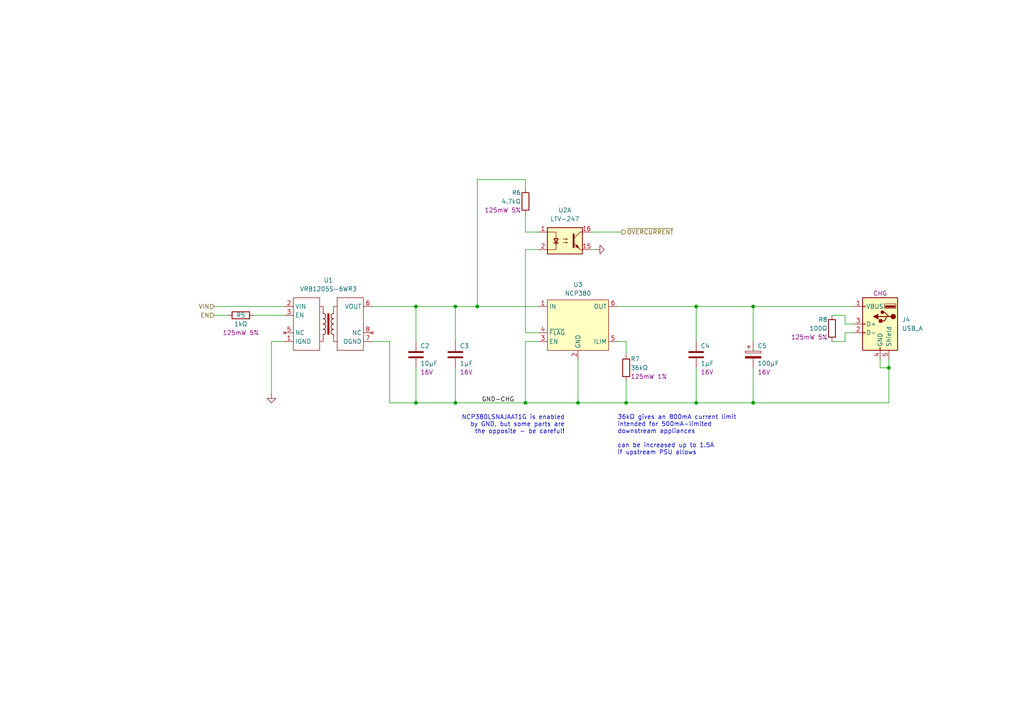
<source format=kicad_sch>
(kicad_sch (version 20231120) (generator "eeschema") (generator_version "8.0")
  (paper "A4")
  (lib_symbols
    (symbol "Connector:USB_A" (pin_names (offset 1.016))
      (property "Reference" "J" (at -5.08 11.43 0))
      (property "Value" "USB_A" (at -5.08 8.89 0))
      (symbol "USB_A_0_1"
        (rectangle (start -5.08 -7.62) (end 5.08 7.62) (stroke (width 0.254)) (fill (type background)))
        (circle (center -3.81 2.159) (radius 0.635) (stroke (width 0.254)) (fill (type outline)))
        (rectangle (start -1.524 4.826) (end -4.318 5.334) (fill (type outline)))
        (rectangle (start -1.27 4.572) (end -4.572 5.842))
        (circle (center -0.635 3.429) (radius 0.381) (stroke (width 0.254)) (fill (type outline)))
        (rectangle (start -0.127 -7.62) (end 0.127 -6.858))
        (polyline (pts (xy -3.175 2.159) (xy -2.54 2.159) (xy -1.27 3.429) (xy -0.635 3.429)) (stroke (width 0.254)))
        (polyline (pts (xy -2.54 2.159) (xy -1.905 2.159) (xy -1.27 0.889) (xy 0 0.889)) (stroke (width 0.254)))
        (polyline (pts (xy 0.635 2.794) (xy 0.635 1.524) (xy 1.905 2.159) (xy 0.635 2.794)) (stroke (width 0.254)) (fill (type outline)))
        (rectangle (start 0.254 1.27) (end -0.508 0.508) (stroke (width 0.254)) (fill (type outline)))
        (rectangle (start 5.08 -2.667) (end 4.318 -2.413))
        (rectangle (start 5.08 -0.127) (end 4.318 0.127))
        (rectangle (start 5.08 4.953) (end 4.318 5.207))
      )
      (symbol "USB_A_1_1"
        (polyline (pts (xy -1.905 2.159) (xy 0.635 2.159)) (stroke (width 0.254)))
        (pin power_in line (at 7.62 5.08 180) (length 2.54) (name "VBUS") (number "1"))
        (pin bidirectional line (at 7.62 -2.54 180) (length 2.54) (name "D-") (number "2"))
        (pin bidirectional line (at 7.62 0 180) (length 2.54) (name "D+") (number "3"))
        (pin power_in line (at 0 -10.16 90) (length 2.54) (name "GND") (number "4"))
        (pin passive line (at -2.54 -10.16 90) (length 2.54) (name "Shield") (number "5"))
      )
    )
    (symbol "Device:C" (pin_numbers hide) (pin_names (offset 0.254))
      (property "Reference" "C" (at 0.635 2.54 0))
      (property "Value" "C" (at 0.635 -2.54 0))
      (symbol "C_0_1"
        (polyline (pts (xy -2.032 -0.762) (xy 2.032 -0.762)) (stroke (width 0.508)))
        (polyline (pts (xy -2.032 0.762) (xy 2.032 0.762)) (stroke (width 0.508)))
      )
      (symbol "C_1_1"
        (pin passive line (at 0 3.81 270) (length 2.794) (name "~") (number "1"))
        (pin passive line (at 0 -3.81 90) (length 2.794) (name "~") (number "2"))
      )
    )
    (symbol "Device:C_Polarized" (pin_numbers hide) (pin_names (offset 0.254))
      (property "Reference" "C" (at 0.635 2.54 0))
      (property "Value" "C_Polarized" (at 0.635 -2.54 0))
      (symbol "C_Polarized_0_1"
        (rectangle (start -2.286 0.508) (end 2.286 1.016))
        (polyline (pts (xy -1.778 2.286) (xy -0.762 2.286)))
        (polyline (pts (xy -1.27 2.794) (xy -1.27 1.778)))
        (rectangle (start 2.286 -0.508) (end -2.286 -1.016) (fill (type outline)))
      )
      (symbol "C_Polarized_1_1"
        (pin passive line (at 0 3.81 270) (length 2.794) (name "~") (number "1"))
        (pin passive line (at 0 -3.81 90) (length 2.794) (name "~") (number "2"))
      )
    )
    (symbol "Device:R" (pin_numbers hide) (pin_names (offset 0))
      (property "Reference" "R" (at 2.032 0 90))
      (property "Value" "R" (at 0 0 90))
      (symbol "R_0_1"
        (rectangle (start -1.016 -2.54) (end 1.016 2.54) (stroke (width 0.254)))
      )
      (symbol "R_1_1"
        (pin passive line (at 0 3.81 270) (length 1.27) (name "~") (number "1"))
        (pin passive line (at 0 -3.81 90) (length 1.27) (name "~") (number "2"))
      )
    )
    (symbol "Isolator:LTV-247"
      (property "Reference" "U" (at -5.08 5.08 0))
      (property "Value" "LTV-247" (at 0 5.08 0))
      (symbol "LTV-247_0_1"
        (rectangle (start -5.08 3.81) (end 5.08 -3.81) (stroke (width 0.254)) (fill (type background)))
        (polyline (pts (xy -3.175 -0.635) (xy -1.905 -0.635)) (stroke (width 0.254)))
        (polyline (pts (xy 2.54 0.635) (xy 4.445 2.54)))
        (polyline (pts (xy 4.445 -2.54) (xy 2.54 -0.635)) (fill (type outline)))
        (polyline (pts (xy 4.445 -2.54) (xy 5.08 -2.54)))
        (polyline (pts (xy 4.445 2.54) (xy 5.08 2.54)))
        (polyline (pts (xy -2.54 -0.635) (xy -2.54 -2.54) (xy -5.08 -2.54)))
        (polyline (pts (xy 2.54 1.905) (xy 2.54 -1.905) (xy 2.54 -1.905)) (stroke (width 0.508)))
        (polyline (pts (xy -5.08 2.54) (xy -2.54 2.54) (xy -2.54 -1.27) (xy -2.54 0.635)))
        (polyline (pts (xy -2.54 -0.635) (xy -3.175 0.635) (xy -1.905 0.635) (xy -2.54 -0.635)) (stroke (width 0.254)))
        (polyline (pts (xy -0.508 -0.508) (xy 0.762 -0.508) (xy 0.381 -0.635) (xy 0.381 -0.381) (xy 0.762 -0.508)))
        (polyline (pts (xy -0.508 0.508) (xy 0.762 0.508) (xy 0.381 0.381) (xy 0.381 0.635) (xy 0.762 0.508)))
        (polyline (pts (xy 3.048 -1.651) (xy 3.556 -1.143) (xy 4.064 -2.159) (xy 3.048 -1.651) (xy 3.048 -1.651)) (fill (type outline)))
      )
      (symbol "LTV-247_1_1"
        (pin passive line (at -7.62 2.54 0) (length 2.54) (name "~") (number "1"))
        (pin passive line (at 7.62 -2.54 180) (length 2.54) (name "~") (number "15"))
        (pin passive line (at 7.62 2.54 180) (length 2.54) (name "~") (number "16"))
        (pin passive line (at -7.62 -2.54 0) (length 2.54) (name "~") (number "2"))
      )
      (symbol "LTV-247_2_1"
        (pin passive line (at 7.62 -2.54 180) (length 2.54) (name "~") (number "13"))
        (pin passive line (at 7.62 2.54 180) (length 2.54) (name "~") (number "14"))
        (pin passive line (at -7.62 2.54 0) (length 2.54) (name "~") (number "3"))
        (pin passive line (at -7.62 -2.54 0) (length 2.54) (name "~") (number "4"))
      )
      (symbol "LTV-247_3_1"
        (pin passive line (at 7.62 -2.54 180) (length 2.54) (name "~") (number "11"))
        (pin passive line (at 7.62 2.54 180) (length 2.54) (name "~") (number "12"))
        (pin passive line (at -7.62 2.54 0) (length 2.54) (name "~") (number "5"))
        (pin passive line (at -7.62 -2.54 0) (length 2.54) (name "~") (number "6"))
      )
      (symbol "LTV-247_4_1"
        (pin passive line (at 7.62 2.54 180) (length 2.54) (name "~") (number "10"))
        (pin passive line (at -7.62 2.54 0) (length 2.54) (name "~") (number "7"))
        (pin passive line (at -7.62 -2.54 0) (length 2.54) (name "~") (number "8"))
        (pin passive line (at 7.62 -2.54 180) (length 2.54) (name "~") (number "9"))
      )
    )
    (symbol "ics:NCP380"
      (property "Reference" "U" (at -3.81 8.89 0))
      (property "Value" "NCP380" (at 6.35 -8.89 0))
      (symbol "NCP380_1_1"
        (rectangle (start -8.89 6.985) (end 8.89 -7.62) (fill (type background)))
        (pin power_in line (at -11.43 5.08 0) (length 2.54) (name "IN") (number "1"))
        (pin input line (at 0 -10.16 90) (length 2.54) (name "GND") (number "2"))
        (pin input line (at -11.43 -5.08 0) (length 2.54) (name "EN") (number "3"))
        (pin output line (at -11.43 -2.54 0) (length 2.54) (name "~{FLAG}") (number "4"))
        (pin bidirectional line (at 11.43 -5.08 180) (length 2.54) (name "ILIM") (number "5"))
        (pin power_out line (at 11.43 5.08 180) (length 2.54) (name "OUT") (number "6"))
      )
    )
    (symbol "ics:VRB120xx-6WR3"
      (property "Reference" "U" (at 0 11.43 0))
      (property "Value" "VRB1205S-6WR3" (at 0 -6.35 0))
      (symbol "VRB120xx-6WR3_0_1"
        (rectangle (start -10.16 10.16) (end -2.54 -5.08))
        (arc (start -1.524 -0.508) (mid -0.7653 0.254) (end -1.524 1.016) (stroke (width 0.2032)))
        (arc (start -1.524 1.016) (mid -0.7653 1.778) (end -1.524 2.54) (stroke (width 0.2032)))
        (arc (start -1.524 2.54) (mid -0.7653 3.302) (end -1.524 4.064) (stroke (width 0.2032)))
        (arc (start -1.524 4.064) (mid -0.7653 4.826) (end -1.524 5.588) (stroke (width 0.2032)))
        (rectangle (start -0.254 5.588) (end 0.254 -0.508) (stroke (width 0.0254)) (fill (type outline)))
        (polyline (pts (xy -2.54 7.62) (xy -1.524 7.62) (xy -1.524 5.588) (xy -1.524 5.588)) (stroke (width 0.1524)))
        (polyline (pts (xy -1.524 -0.508) (xy -1.524 -2.54) (xy -2.54 -2.54) (xy -2.54 -2.54)) (stroke (width 0.1524)))
        (polyline (pts (xy 1.524 5.588) (xy 1.524 7.62) (xy 2.54 7.62) (xy 2.54 7.62)) (stroke (width 0.1524)))
        (polyline (pts (xy 2.54 -2.54) (xy 1.524 -2.54) (xy 1.524 -0.508) (xy 1.524 -0.508)) (stroke (width 0.1524)))
        (arc (start 1.524 1.016) (mid 0.7653 0.254) (end 1.524 -0.508) (stroke (width 0.2032)))
        (arc (start 1.524 2.54) (mid 0.7653 1.778) (end 1.524 1.016) (stroke (width 0.2032)))
        (arc (start 1.524 4.064) (mid 0.7653 3.302) (end 1.524 2.54) (stroke (width 0.2032)))
        (arc (start 1.524 5.588) (mid 0.7653 4.826) (end 1.524 4.064) (stroke (width 0.2032)))
        (rectangle (start 2.54 10.16) (end 10.16 -5.08))
      )
      (symbol "VRB120xx-6WR3_1_1"
        (pin power_in line (at -12.7 -2.54 0) (length 2.54) (name "IGND") (number "1"))
        (pin power_in line (at -12.7 7.62 0) (length 2.54) (name "VIN") (number "2"))
        (pin input line (at -12.7 5.08 0) (length 2.54) (name "EN") (number "3"))
        (pin no_connect line (at -12.7 0 0) (length 2.54) (name "NC") (number "5"))
        (pin power_out line (at 12.7 7.62 180) (length 2.54) (name "VOUT") (number "6"))
        (pin power_out line (at 12.7 -2.54 180) (length 2.54) (name "OGND") (number "7"))
        (pin no_connect line (at 12.7 0 180) (length 2.54) (name "NC") (number "8"))
      )
    )
    (symbol "power:GND" (power) (pin_numbers hide) (pin_names (offset 0) hide)
      (property "Value" "GND" (at 0 -3.81 0))
      (symbol "GND_0_1"
        (polyline (pts (xy 0 0) (xy 0 -1.27) (xy 1.27 -1.27) (xy 0 -2.54) (xy -1.27 -1.27) (xy 0 -1.27)))
      )
      (symbol "GND_1_1"
        (pin power_in line (at 0 0 270) (length 0) (name "~") (number "1"))
      )
    )
  )
  (junction (at 120.65 88.9))
  (junction (at 152.4 116.84))
  (junction (at 201.93 88.9))
  (junction (at 132.08 88.9))
  (junction (at 201.93 116.84))
  (junction (at 120.65 116.84))
  (junction (at 257.81 106.68))
  (junction (at 218.44 116.84))
  (junction (at 167.64 116.84))
  (junction (at 218.44 88.9))
  (junction (at 181.61 116.84))
  (junction (at 132.08 116.84))
  (junction (at 138.43 88.9))
  (wire (pts (xy 78.74 114.3) (xy 78.74 99.06)))
  (wire (pts (xy 201.93 116.84) (xy 218.44 116.84)))
  (wire (pts (xy 113.03 99.06) (xy 113.03 116.84)))
  (wire (pts (xy 156.21 96.52) (xy 152.4 96.52)))
  (wire (pts (xy 257.81 104.14) (xy 257.81 106.68)))
  (wire (pts (xy 73.66 91.44) (xy 82.55 91.44)))
  (wire (pts (xy 132.08 116.84) (xy 152.4 116.84)))
  (wire (pts (xy 120.65 88.9) (xy 120.65 99.06)))
  (wire (pts (xy 132.08 106.68) (xy 132.08 116.84)))
  (wire (pts (xy 201.93 88.9) (xy 218.44 88.9)))
  (wire (pts (xy 201.93 88.9) (xy 201.93 99.06)))
  (wire (pts (xy 171.45 72.39) (xy 172.72 72.39)))
  (wire (pts (xy 138.43 88.9) (xy 138.43 52.07)))
  (wire (pts (xy 62.23 88.9) (xy 82.55 88.9)))
  (wire (pts (xy 138.43 52.07) (xy 152.4 52.07)))
  (wire (pts (xy 152.4 116.84) (xy 167.64 116.84)))
  (wire (pts (xy 181.61 99.06) (xy 179.07 99.06)))
  (wire (pts (xy 179.07 88.9) (xy 201.93 88.9)))
  (wire (pts (xy 156.21 99.06) (xy 152.4 99.06)))
  (wire (pts (xy 171.45 67.31) (xy 180.34 67.31)))
  (wire (pts (xy 247.65 96.52) (xy 245.11 96.52)))
  (wire (pts (xy 245.11 93.98) (xy 247.65 93.98)))
  (wire (pts (xy 113.03 116.84) (xy 120.65 116.84)))
  (wire (pts (xy 132.08 88.9) (xy 132.08 99.06)))
  (wire (pts (xy 245.11 96.52) (xy 245.11 99.06)))
  (wire (pts (xy 201.93 106.68) (xy 201.93 116.84)))
  (wire (pts (xy 218.44 88.9) (xy 218.44 99.06)))
  (wire (pts (xy 181.61 110.49) (xy 181.61 116.84)))
  (wire (pts (xy 120.65 116.84) (xy 132.08 116.84)))
  (wire (pts (xy 120.65 88.9) (xy 132.08 88.9)))
  (wire (pts (xy 218.44 88.9) (xy 247.65 88.9)))
  (wire (pts (xy 132.08 88.9) (xy 138.43 88.9)))
  (wire (pts (xy 181.61 116.84) (xy 167.64 116.84)))
  (wire (pts (xy 255.27 104.14) (xy 255.27 106.68)))
  (wire (pts (xy 181.61 102.87) (xy 181.61 99.06)))
  (wire (pts (xy 152.4 67.31) (xy 156.21 67.31)))
  (wire (pts (xy 218.44 116.84) (xy 257.81 116.84)))
  (wire (pts (xy 152.4 99.06) (xy 152.4 116.84)))
  (wire (pts (xy 245.11 91.44) (xy 245.11 93.98)))
  (wire (pts (xy 218.44 106.68) (xy 218.44 116.84)))
  (wire (pts (xy 62.23 91.44) (xy 66.04 91.44)))
  (wire (pts (xy 245.11 99.06) (xy 241.3 99.06)))
  (wire (pts (xy 107.95 88.9) (xy 120.65 88.9)))
  (wire (pts (xy 181.61 116.84) (xy 201.93 116.84)))
  (wire (pts (xy 138.43 88.9) (xy 156.21 88.9)))
  (wire (pts (xy 120.65 106.68) (xy 120.65 116.84)))
  (wire (pts (xy 167.64 104.14) (xy 167.64 116.84)))
  (wire (pts (xy 78.74 99.06) (xy 82.55 99.06)))
  (wire (pts (xy 107.95 99.06) (xy 113.03 99.06)))
  (wire (pts (xy 152.4 72.39) (xy 156.21 72.39)))
  (wire (pts (xy 257.81 106.68) (xy 257.81 116.84)))
  (wire (pts (xy 241.3 91.44) (xy 245.11 91.44)))
  (wire (pts (xy 152.4 62.23) (xy 152.4 67.31)))
  (wire (pts (xy 152.4 96.52) (xy 152.4 72.39)))
  (wire (pts (xy 152.4 52.07) (xy 152.4 54.61)))
  (wire (pts (xy 255.27 106.68) (xy 257.81 106.68)))
  (text "NCP380LSNAJAAT1G is enabled\nby GND, but some parts are\nthe opposite - be careful!" (at 163.83 123.19 0) (effects (font (size 1.27 1.27)) (justify right)))
  (text "36kΩ gives an 800mA current limit\nintended for 500mA-limited\ndownstream appliances\n\ncan be increased up to 1.5A\nif upstream PSU allows" (at 179.07 132.08 0) (effects (font (size 1.27 1.27)) (justify left bottom)))
  (label "GND-CHG" (at 139.7 116.84 0))
  (hierarchical_label "EN" (shape input) (at 62.23 91.44 180))
  (hierarchical_label "~{OVERCURRENT}" (shape output) (at 180.34 67.31 0))
  (hierarchical_label "VIN" (shape input) (at 62.23 88.9 180))
  (symbol (lib_id "Device:C") (at 120.65 102.87 0) (unit 1)
    (property "Reference" "C2" (at 121.92 100.33 0) (effects (justify left)))
    (property "Value" "10μF" (at 121.92 105.41 0) (effects (justify left)))
    (property "Footprint" "Capacitor_SMD:C_0805_2012Metric" (effects (hide yes)))
    (property "Info" "16V" (at 121.92 107.95 0) (effects (justify left)))
    (property "Shop" "https://store.comet.bg/Catalogue/Product/9549/" (effects (hide yes)))
    (property "LCSC" "C15850" (effects (hide yes)))
    (property "Part" "C 10μF 16V 0805" (effects (hide yes)))
    (instances (project "power_board" (path "" (reference "C2") (unit 1)) (path "" (reference "C6") (unit 1)) (path "" (reference "C10") (unit 1)) (path "" (reference "C14") (unit 1))))
  )
  (symbol (lib_id "Device:R") (at 69.85 91.44 270) (mirror x) (unit 1)
    (property "Reference" "R5" (at 69.85 91.44 90))
    (property "Value" "1kΩ" (at 69.85 93.98 90))
    (property "Footprint" "Resistor_SMD:R_0805_2012Metric" (effects (hide yes)))
    (property "Info" "125mW 5%" (at 69.85 96.52 90))
    (property "Shop" "https://store.comet.bg/Catalogue/Product/29754/" (effects (hide yes)))
    (property "Part" "R 1kΩ 125mW 5% 0805" (effects (hide yes)))
    (instances (project "power_board" (path "" (reference "R5") (unit 1)) (path "" (reference "R9") (unit 1)) (path "" (reference "R13") (unit 1)) (path "" (reference "R17") (unit 1))))
  )
  (symbol (lib_id "Device:R") (at 152.4 58.42 0) (mirror x) (unit 1)
    (property "Reference" "R6" (at 151.13 55.88 0) (effects (justify right)))
    (property "Value" "4.7kΩ" (at 151.13 58.42 0) (effects (justify right)))
    (property "Footprint" "Resistor_SMD:R_0805_2012Metric" (effects (hide yes)))
    (property "Info" "125mW 5%" (at 151.13 60.96 0) (effects (justify right)))
    (property "Shop" "https://store.comet.bg/Catalogue/Product/29101/" (effects (hide yes)))
    (property "LCSC" "C17673" (effects (hide yes)))
    (property "Part" "R 4.7kΩ 125mW 5% 0805" (effects (hide yes)))
    (instances (project "power_board" (path "" (reference "R6") (unit 1)) (path "" (reference "R10") (unit 1)) (path "" (reference "R14") (unit 1)) (path "" (reference "R18") (unit 1))))
  )
  (symbol (lib_id "Device:C_Polarized") (at 218.44 102.87 0) (unit 1)
    (property "Reference" "C5" (at 219.71 100.33 0) (effects (justify left)))
    (property "Value" "100μF" (at 219.71 105.41 0) (effects (justify left)))
    (property "Footprint" "Capacitor_THT:CP_Radial_D5.0mm_P2.00mm" (effects (hide yes)))
    (property "Shop" "https://store.comet.bg/Catalogue/Product/3785/" (effects (hide yes)))
    (property "Info" "16V" (at 219.71 107.95 0) (effects (justify left)))
    (property "Part" "CP 100μF 16V P2" (effects (hide yes)))
    (instances (project "power_board" (path "" (reference "C5") (unit 1)) (path "" (reference "C9") (unit 1)) (path "" (reference "C13") (unit 1)) (path "" (reference "C17") (unit 1))))
  )
  (symbol (lib_id "Connector:USB_A") (at 255.27 93.98 0) (mirror y) (unit 1)
    (property "Reference" "J4" (at 261.62 92.71 0) (effects (justify right)))
    (property "Value" "USB_A" (at 261.62 95.25 0) (effects (justify right)))
    (property "Footprint" "conn:USB_A_Amphenol_GSB19111KEU" (effects (hide yes)))
    (property "Datasheet" " ~" (effects (hide yes)))
    (property "Shop" "https://eu.mouser.com/ProductDetail/Amphenol-Commercial-Products/GSB19111KEU?qs=f9yNj16SXrIKY3kSdPAsqw%3D%3D" (effects (hide yes)))
    (property "Purpose" "CHG" (at 255.27 85.09 0))
    (property "Part" "GSB19111KEU" (effects (hide yes)))
    (instances (project "power_board" (path "" (reference "J4") (unit 1)) (path "" (reference "J5") (unit 1)) (path "" (reference "J6") (unit 1)) (path "" (reference "J7") (unit 1))))
  )
  (symbol (lib_id "power:GND") (at 172.72 72.39 90) (unit 1)
    (property "Reference" "#PWR010" (effects (hide yes)))
    (property "Value" "GND" (effects (hide yes)))
    (instances (project "power_board" (path "" (reference "#PWR010") (unit 1)) (path "" (reference "#PWR012") (unit 1)) (path "" (reference "#PWR014") (unit 1)) (path "" (reference "#PWR016") (unit 1))))
  )
  (symbol (lib_id "Isolator:LTV-247") (at 163.83 69.85 0) (unit 1)
    (property "Reference" "U2" (at 163.83 60.96 0))
    (property "Value" "LTV-247" (at 163.83 63.5 0))
    (property "Footprint" "Package_SO:SOP-16_4.4x10.4mm_P1.27mm" (effects (hide yes)))
    (property "Datasheet" "http://optoelectronics.liteon.com/upload/download/DS70-2009-0014/LTV-2X7%20sereis%20Mar17.PDF" (effects (hide yes)))
    (property "Shop" "https://eu.mouser.com/ProductDetail/Lite-On/LTV-247?qs=9ayhpukWNmvWpoxQBzWkFA%3D%3D" (effects (hide yes)))
    (property "LCSC" "C115451" (effects (hide yes)))
    (property "Part" "LTV-247" (effects (hide yes)))
    (instances (project "power_board" (path "" (reference "U2") (unit 1)) (path "" (reference "U2") (unit 2)) (path "" (reference "U2") (unit 3)) (path "" (reference "U2") (unit 4))))
  )
  (symbol (lib_id "Device:C") (at 201.93 102.87 0) (unit 1)
    (property "Reference" "C4" (at 203.2 100.33 0) (effects (justify left)))
    (property "Value" "1μF" (at 203.2 105.41 0) (effects (justify left)))
    (property "Footprint" "Capacitor_SMD:C_0805_2012Metric" (effects (hide yes)))
    (property "Info" "16V" (at 203.2 107.95 0) (effects (justify left)))
    (property "Shop" "https://store.comet.bg/Catalogue/Product/16789/" (effects (hide yes)))
    (property "LCSC" "C28323" (effects (hide yes)))
    (property "Part" "C 1μF 16V 0805" (effects (hide yes)))
    (instances (project "power_board" (path "" (reference "C4") (unit 1)) (path "" (reference "C8") (unit 1)) (path "" (reference "C12") (unit 1)) (path "" (reference "C16") (unit 1))))
  )
  (symbol (lib_id "Device:R") (at 181.61 106.68 180) (unit 1)
    (property "Reference" "R7" (at 182.88 104.14 0) (effects (justify right)))
    (property "Value" "36kΩ" (at 182.88 106.68 0) (effects (justify right)))
    (property "Footprint" "Resistor_SMD:R_0805_2012Metric" (effects (hide yes)))
    (property "Info" "125mW 1%" (at 182.88 109.22 0) (effects (justify right)))
    (property "Shop" "https://store.comet.bg/Catalogue/Product/3556/" (effects (hide yes)))
    (property "LCSC" "C4360" (effects (hide yes)))
    (property "Part" "R 36kΩ 125mW 1% 0805" (effects (hide yes)))
    (instances (project "power_board" (path "" (reference "R7") (unit 1)) (path "" (reference "R11") (unit 1)) (path "" (reference "R15") (unit 1)) (path "" (reference "R19") (unit 1))))
  )
  (symbol (lib_id "Device:C") (at 132.08 102.87 0) (unit 1)
    (property "Reference" "C3" (at 133.35 100.33 0) (effects (justify left)))
    (property "Value" "1μF" (at 133.35 105.41 0) (effects (justify left)))
    (property "Footprint" "Capacitor_SMD:C_0805_2012Metric" (effects (hide yes)))
    (property "Info" "16V" (at 133.35 107.95 0) (effects (justify left)))
    (property "Shop" "https://store.comet.bg/Catalogue/Product/16789/" (effects (hide yes)))
    (property "LCSC" "C28323" (effects (hide yes)))
    (property "Part" "C 1μF 16V 0805" (effects (hide yes)))
    (instances (project "power_board" (path "" (reference "C3") (unit 1)) (path "" (reference "C7") (unit 1)) (path "" (reference "C11") (unit 1)) (path "" (reference "C15") (unit 1))))
  )
  (symbol (lib_id "Device:R") (at 241.3 95.25 0) (mirror x) (unit 1)
    (property "Reference" "R8" (at 240.03 92.71 0) (effects (justify right)))
    (property "Value" "100Ω" (at 240.03 95.25 0) (effects (justify right)))
    (property "Footprint" "Resistor_SMD:R_0805_2012Metric" (effects (hide yes)))
    (property "Info" "125mW 5%" (at 240.03 97.79 0) (effects (justify right)))
    (property "Shop" "https://store.comet.bg/Catalogue/Product/29583/" (effects (hide yes)))
    (property "LCSC" "C17408" (effects (hide yes)))
    (property "Part" "R 100Ω 125mW 5% 0805" (effects (hide yes)))
    (instances (project "power_board" (path "" (reference "R8") (unit 1)) (path "" (reference "R12") (unit 1)) (path "" (reference "R16") (unit 1)) (path "" (reference "R20") (unit 1))))
  )
  (symbol (lib_id "ics:NCP380") (at 167.64 93.98 0) (unit 1)
    (property "Reference" "U3" (at 167.64 82.55 0))
    (property "Value" "NCP380" (at 167.64 85.09 0))
    (property "Footprint" "Package_SO:TSOP-6_1.65x3.05mm_P0.95mm" (effects (hide yes)))
    (property "Shop" "https://eu.mouser.com/ProductDetail/onsemi/NCP380LSNAJAAT1G?qs=YeOvDzlQW72URQT3jIb9qg%3D%3D" (effects (hide yes)))
    (property "LCSC" "C77573" (effects (hide yes)))
    (property "Part" "NCP380LSNAJAAT1G " (effects (hide yes)))
    (instances (project "power_board" (path "" (reference "U3") (unit 1)) (path "" (reference "U5") (unit 1)) (path "" (reference "U7") (unit 1)) (path "" (reference "U9") (unit 1))))
  )
  (symbol (lib_id "ics:VRB120xx-6WR3") (at 95.25 96.52 0) (unit 1)
    (property "Reference" "U1" (at 95.25 81.28 0))
    (property "Value" "VRB1205S-6WR3" (at 95.25 83.82 0))
    (property "Footprint" "ics:VRBxxxx-6WR3" (effects (hide yes)))
    (property "Shop" "https://eu.mouser.com/ProductDetail/MEAN-WELL/SPBW06F-05?qs=5aG0NVq1C4xl9jmeoQl1uw%3D%3D" (effects (hide yes)))
    (property "Part" "VRB_S-6WR3 or SPBW06F-05" (effects (hide yes)))
    (instances (project "power_board" (path "" (reference "U1") (unit 1)) (path "" (reference "U4") (unit 1)) (path "" (reference "U6") (unit 1)) (path "" (reference "U8") (unit 1))))
  )
  (symbol (lib_id "power:GND") (at 78.74 114.3 0) (unit 1)
    (property "Reference" "#PWR09" (effects (hide yes)))
    (property "Value" "GND" (effects (hide yes)))
    (instances (project "power_board" (path "" (reference "#PWR09") (unit 1)) (path "" (reference "#PWR011") (unit 1)) (path "" (reference "#PWR013") (unit 1)) (path "" (reference "#PWR015") (unit 1))))
  )
)
</source>
